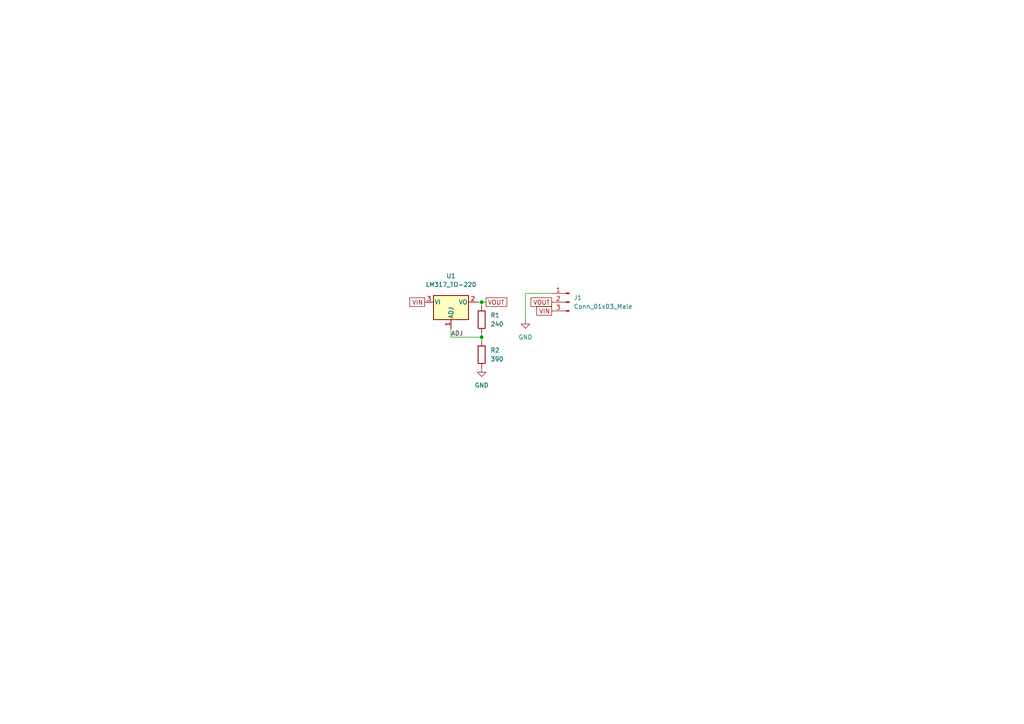
<source format=kicad_sch>
(kicad_sch (version 20211123) (generator eeschema)
  (paper "A4")
  (lib_symbols
    (symbol "Connector:Conn_01x03_Male" (pin_names (offset 1.016) hide)
      (property "Reference" "J" (at 0 5.08 0))
      (property "Value" "Conn_01x03_Male" (at 0 -5.08 0))
      (symbol "Conn_01x03_Male_1_1"
        (polyline (pts (xy 1.27 -2.54) (xy 0.8636 -2.54)) (stroke (width 0.1524)))
        (polyline (pts (xy 1.27 0) (xy 0.8636 0)) (stroke (width 0.1524)))
        (polyline (pts (xy 1.27 2.54) (xy 0.8636 2.54)) (stroke (width 0.1524)))
        (rectangle (start 0.8636 -2.413) (end 0 -2.667) (stroke (width 0.1524)) (fill (type outline)))
        (rectangle (start 0.8636 0.127) (end 0 -0.127) (stroke (width 0.1524)) (fill (type outline)))
        (rectangle (start 0.8636 2.667) (end 0 2.413) (stroke (width 0.1524)) (fill (type outline)))
        (pin passive line (at 5.08 2.54 180) (length 3.81) (name "Pin_1") (number "1"))
        (pin passive line (at 5.08 0 180) (length 3.81) (name "Pin_2") (number "2"))
        (pin passive line (at 5.08 -2.54 180) (length 3.81) (name "Pin_3") (number "3"))
      )
    )
    (symbol "Device:R" (pin_numbers hide) (pin_names (offset 0))
      (property "Reference" "R" (at 2.032 0 90))
      (property "Value" "R" (at 0 0 90))
      (symbol "R_0_1"
        (rectangle (start -1.016 -2.54) (end 1.016 2.54) (stroke (width 0.254)))
      )
      (symbol "R_1_1"
        (pin passive line (at 0 3.81 270) (length 1.27) (name "~") (number "1"))
        (pin passive line (at 0 -3.81 90) (length 1.27) (name "~") (number "2"))
      )
    )
    (symbol "Regulator_Linear:LM317_TO-220" (pin_names (offset 0.254))
      (property "Reference" "U" (at -3.81 3.175 0))
      (property "Value" "LM317_TO-220" (at 0 3.175 0))
      (symbol "LM317_TO-220_0_1"
        (rectangle (start -5.08 1.905) (end 5.08 -5.08) (stroke (width 0.254)) (fill (type background)))
      )
      (symbol "LM317_TO-220_1_1"
        (pin input line (at 0 -7.62 90) (length 2.54) (name "ADJ") (number "1"))
        (pin power_out line (at 7.62 0 180) (length 2.54) (name "VO") (number "2"))
        (pin power_in line (at -7.62 0 0) (length 2.54) (name "VI") (number "3"))
      )
    )
    (symbol "power:GND" (power) (pin_names (offset 0))
      (property "Value" "GND" (at 0 -3.81 0))
      (symbol "GND_0_1"
        (polyline (pts (xy 0 0) (xy 0 -1.27) (xy 1.27 -1.27) (xy 0 -2.54) (xy -1.27 -1.27) (xy 0 -1.27)))
      )
      (symbol "GND_1_1"
        (pin power_in line (at 0 0 270) (length 0) hide (name "GND") (number "1"))
      )
    )
  )
  (junction (at 139.7 87.63))
  (junction (at 139.7 97.79))
  (wire (pts (xy 139.7 96.52) (xy 139.7 97.79)))
  (wire (pts (xy 152.4 92.71) (xy 152.4 85.09)))
  (wire (pts (xy 139.7 87.63) (xy 140.97 87.63)))
  (wire (pts (xy 152.4 85.09) (xy 160.02 85.09)))
  (wire (pts (xy 130.81 97.79) (xy 139.7 97.79)))
  (wire (pts (xy 139.7 87.63) (xy 139.7 88.9)))
  (wire (pts (xy 138.43 87.63) (xy 139.7 87.63)))
  (wire (pts (xy 139.7 97.79) (xy 139.7 99.06)))
  (wire (pts (xy 130.81 95.25) (xy 130.81 97.79)))
  (label "ADJ" (at 130.81 97.79 0))
  (global_label "VOUT" (shape passive) (at 140.97 87.63 0) (property "Intersheet References" "${INTERSHEET_REFS}" (effects hide)))
  (global_label "VIN" (shape passive) (at 123.19 87.63 180) (property "Intersheet References" "${INTERSHEET_REFS}" (effects hide)))
  (global_label "VIN" (shape passive) (at 160.02 90.17 180) (property "Intersheet References" "${INTERSHEET_REFS}" (effects hide)))
  (global_label "VOUT" (shape passive) (at 160.02 87.63 180) (property "Intersheet References" "${INTERSHEET_REFS}" (effects hide)))
  (symbol (lib_id "power:GND") (at 139.7 106.68 0) (unit 1)
    (property "Reference" "#PWR0101" (effects hide))
    (property "Value" "GND" (at 139.7 111.76 0))
  )
  (symbol (lib_id "Connector:Conn_01x03_Male") (at 165.1 87.63 0) (mirror y) (unit 1)
    (property "Reference" "J1" (at 166.37 86.3599 0) (effects (justify right)))
    (property "Value" "Conn_01x03_Male" (at 166.37 88.8999 0) (effects (justify right)))
    (property "Footprint" "Connector_PinHeader_2.54mm:PinHeader_1x03_P2.54mm_Vertical" (effects hide))
  )
  (symbol (lib_id "Device:R") (at 139.7 92.71 0) (unit 1)
    (property "Reference" "R1" (at 142.24 91.4399 0) (effects (justify left)))
    (property "Value" "240" (at 142.24 93.9799 0) (effects (justify left)))
    (property "Footprint" "Resistor_THT:R_Axial_DIN0207_L6.3mm_D2.5mm_P7.62mm_Horizontal" (effects hide))
  )
  (symbol (lib_id "Device:R") (at 139.7 102.87 0) (unit 1)
    (property "Reference" "R2" (at 142.24 101.5999 0) (effects (justify left)))
    (property "Value" "390" (at 142.24 104.1399 0) (effects (justify left)))
    (property "Footprint" "Resistor_THT:R_Axial_DIN0207_L6.3mm_D2.5mm_P7.62mm_Horizontal" (effects hide))
  )
  (symbol (lib_id "power:GND") (at 152.4 92.71 0) (unit 1)
    (property "Reference" "#PWR0102" (effects hide))
    (property "Value" "GND" (at 152.4 97.79 0))
  )
  (symbol (lib_id "Regulator_Linear:LM317_TO-220") (at 130.81 87.63 0) (unit 1)
    (property "Reference" "U1" (at 130.81 80.01 0))
    (property "Value" "LM317_TO-220" (at 130.81 82.55 0))
    (property "Footprint" "Package_TO_SOT_THT:TO-220-3_Horizontal_TabDown" (effects hide))
    (property "Datasheet" "http://www.ti.com/lit/ds/symlink/lm317.pdf" (effects hide))
  )
)
</source>
